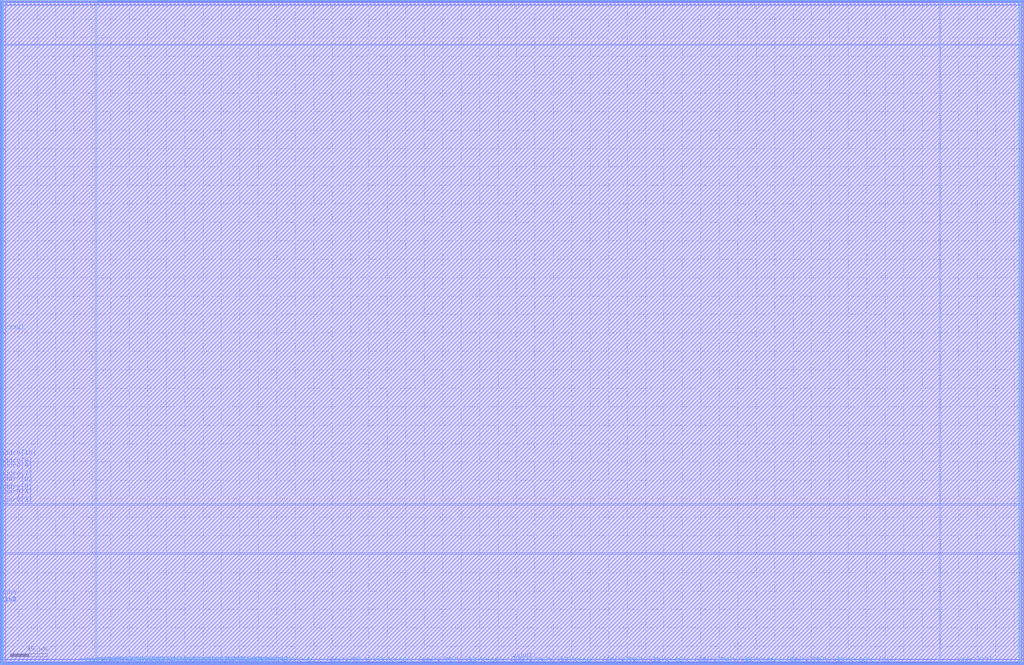
<source format=lef>
VERSION 5.4 ;
NAMESCASESENSITIVE ON ;
BUSBITCHARS "[]" ;
DIVIDERCHAR "/" ;
UNITS
  DATABASE MICRONS 2000 ;
END UNITS
MACRO sky130_sram_8kbytes_1rw1r_32x2048_32
   CLASS BLOCK ;
   SIZE 1110.54 BY 721.41 ;
   SYMMETRY X Y R90 ;
   PIN din0[0]
      DIRECTION INPUT ;
      PORT
         LAYER met4 ;
         RECT  103.52 0.0 103.9 0.38 ;
      END
   END din0[0]
   PIN din0[1]
      DIRECTION INPUT ;
      PORT
         LAYER met4 ;
         RECT  109.36 0.0 109.74 0.38 ;
      END
   END din0[1]
   PIN din0[2]
      DIRECTION INPUT ;
      PORT
         LAYER met4 ;
         RECT  115.2 0.0 115.58 0.38 ;
      END
   END din0[2]
   PIN din0[3]
      DIRECTION INPUT ;
      PORT
         LAYER met4 ;
         RECT  121.04 0.0 121.42 0.38 ;
      END
   END din0[3]
   PIN din0[4]
      DIRECTION INPUT ;
      PORT
         LAYER met4 ;
         RECT  126.88 0.0 127.26 0.38 ;
      END
   END din0[4]
   PIN din0[5]
      DIRECTION INPUT ;
      PORT
         LAYER met4 ;
         RECT  132.72 0.0 133.1 0.38 ;
      END
   END din0[5]
   PIN din0[6]
      DIRECTION INPUT ;
      PORT
         LAYER met4 ;
         RECT  138.56 0.0 138.94 0.38 ;
      END
   END din0[6]
   PIN din0[7]
      DIRECTION INPUT ;
      PORT
         LAYER met4 ;
         RECT  144.4 0.0 144.78 0.38 ;
      END
   END din0[7]
   PIN din0[8]
      DIRECTION INPUT ;
      PORT
         LAYER met4 ;
         RECT  150.24 0.0 150.62 0.38 ;
      END
   END din0[8]
   PIN din0[9]
      DIRECTION INPUT ;
      PORT
         LAYER met4 ;
         RECT  156.08 0.0 156.46 0.38 ;
      END
   END din0[9]
   PIN din0[10]
      DIRECTION INPUT ;
      PORT
         LAYER met4 ;
         RECT  161.92 0.0 162.3 0.38 ;
      END
   END din0[10]
   PIN din0[11]
      DIRECTION INPUT ;
      PORT
         LAYER met4 ;
         RECT  167.76 0.0 168.14 0.38 ;
      END
   END din0[11]
   PIN din0[12]
      DIRECTION INPUT ;
      PORT
         LAYER met4 ;
         RECT  173.6 0.0 173.98 0.38 ;
      END
   END din0[12]
   PIN din0[13]
      DIRECTION INPUT ;
      PORT
         LAYER met4 ;
         RECT  179.44 0.0 179.82 0.38 ;
      END
   END din0[13]
   PIN din0[14]
      DIRECTION INPUT ;
      PORT
         LAYER met4 ;
         RECT  185.28 0.0 185.66 0.38 ;
      END
   END din0[14]
   PIN din0[15]
      DIRECTION INPUT ;
      PORT
         LAYER met4 ;
         RECT  191.12 0.0 191.5 0.38 ;
      END
   END din0[15]
   PIN din0[16]
      DIRECTION INPUT ;
      PORT
         LAYER met4 ;
         RECT  196.96 0.0 197.34 0.38 ;
      END
   END din0[16]
   PIN din0[17]
      DIRECTION INPUT ;
      PORT
         LAYER met4 ;
         RECT  202.8 0.0 203.18 0.38 ;
      END
   END din0[17]
   PIN din0[18]
      DIRECTION INPUT ;
      PORT
         LAYER met4 ;
         RECT  208.64 0.0 209.02 0.38 ;
      END
   END din0[18]
   PIN din0[19]
      DIRECTION INPUT ;
      PORT
         LAYER met4 ;
         RECT  214.48 0.0 214.86 0.38 ;
      END
   END din0[19]
   PIN din0[20]
      DIRECTION INPUT ;
      PORT
         LAYER met4 ;
         RECT  220.32 0.0 220.7 0.38 ;
      END
   END din0[20]
   PIN din0[21]
      DIRECTION INPUT ;
      PORT
         LAYER met4 ;
         RECT  226.16 0.0 226.54 0.38 ;
      END
   END din0[21]
   PIN din0[22]
      DIRECTION INPUT ;
      PORT
         LAYER met4 ;
         RECT  232.0 0.0 232.38 0.38 ;
      END
   END din0[22]
   PIN din0[23]
      DIRECTION INPUT ;
      PORT
         LAYER met4 ;
         RECT  237.84 0.0 238.22 0.38 ;
      END
   END din0[23]
   PIN din0[24]
      DIRECTION INPUT ;
      PORT
         LAYER met4 ;
         RECT  243.68 0.0 244.06 0.38 ;
      END
   END din0[24]
   PIN din0[25]
      DIRECTION INPUT ;
      PORT
         LAYER met4 ;
         RECT  249.52 0.0 249.9 0.38 ;
      END
   END din0[25]
   PIN din0[26]
      DIRECTION INPUT ;
      PORT
         LAYER met4 ;
         RECT  255.36 0.0 255.74 0.38 ;
      END
   END din0[26]
   PIN din0[27]
      DIRECTION INPUT ;
      PORT
         LAYER met4 ;
         RECT  261.2 0.0 261.58 0.38 ;
      END
   END din0[27]
   PIN din0[28]
      DIRECTION INPUT ;
      PORT
         LAYER met4 ;
         RECT  267.04 0.0 267.42 0.38 ;
      END
   END din0[28]
   PIN din0[29]
      DIRECTION INPUT ;
      PORT
         LAYER met4 ;
         RECT  272.88 0.0 273.26 0.38 ;
      END
   END din0[29]
   PIN din0[30]
      DIRECTION INPUT ;
      PORT
         LAYER met4 ;
         RECT  278.72 0.0 279.1 0.38 ;
      END
   END din0[30]
   PIN din0[31]
      DIRECTION INPUT ;
      PORT
         LAYER met4 ;
         RECT  284.56 0.0 284.94 0.38 ;
      END
   END din0[31]
   PIN addr0[0]
      DIRECTION INPUT ;
      PORT
         LAYER met4 ;
         RECT  86.0 0.0 86.38 0.38 ;
      END
   END addr0[0]
   PIN addr0[1]
      DIRECTION INPUT ;
      PORT
         LAYER met4 ;
         RECT  91.84 0.0 92.22 0.38 ;
      END
   END addr0[1]
   PIN addr0[2]
      DIRECTION INPUT ;
      PORT
         LAYER met4 ;
         RECT  97.68 0.0 98.06 0.38 ;
      END
   END addr0[2]
   PIN addr0[3]
      DIRECTION INPUT ;
      PORT
         LAYER met3 ;
         RECT  0.0 173.51 0.38 173.89 ;
      END
   END addr0[3]
   PIN addr0[4]
      DIRECTION INPUT ;
      PORT
         LAYER met3 ;
         RECT  0.0 182.01 0.38 182.39 ;
      END
   END addr0[4]
   PIN addr0[5]
      DIRECTION INPUT ;
      PORT
         LAYER met3 ;
         RECT  0.0 187.65 0.38 188.03 ;
      END
   END addr0[5]
   PIN addr0[6]
      DIRECTION INPUT ;
      PORT
         LAYER met3 ;
         RECT  0.0 196.15 0.38 196.53 ;
      END
   END addr0[6]
   PIN addr0[7]
      DIRECTION INPUT ;
      PORT
         LAYER met3 ;
         RECT  0.0 201.79 0.38 202.17 ;
      END
   END addr0[7]
   PIN addr0[8]
      DIRECTION INPUT ;
      PORT
         LAYER met3 ;
         RECT  0.0 210.29 0.38 210.67 ;
      END
   END addr0[8]
   PIN addr0[9]
      DIRECTION INPUT ;
      PORT
         LAYER met3 ;
         RECT  0.0 215.93 0.38 216.31 ;
      END
   END addr0[9]
   PIN addr0[10]
      DIRECTION INPUT ;
      PORT
         LAYER met3 ;
         RECT  0.0 224.43 0.38 224.81 ;
      END
   END addr0[10]
   PIN addr1[0]
      DIRECTION INPUT ;
      PORT
         LAYER met4 ;
         RECT  1019.16 721.03 1019.54 721.41 ;
      END
   END addr1[0]
   PIN addr1[1]
      DIRECTION INPUT ;
      PORT
         LAYER met4 ;
         RECT  1013.32 721.03 1013.7 721.41 ;
      END
   END addr1[1]
   PIN addr1[2]
      DIRECTION INPUT ;
      PORT
         LAYER met4 ;
         RECT  1007.48 721.03 1007.86 721.41 ;
      END
   END addr1[2]
   PIN addr1[3]
      DIRECTION INPUT ;
      PORT
         LAYER met3 ;
         RECT  1110.16 120.47 1110.54 120.85 ;
      END
   END addr1[3]
   PIN addr1[4]
      DIRECTION INPUT ;
      PORT
         LAYER met3 ;
         RECT  1110.16 111.97 1110.54 112.35 ;
      END
   END addr1[4]
   PIN addr1[5]
      DIRECTION INPUT ;
      PORT
         LAYER met3 ;
         RECT  1110.16 106.33 1110.54 106.71 ;
      END
   END addr1[5]
   PIN addr1[6]
      DIRECTION INPUT ;
      PORT
         LAYER met3 ;
         RECT  1110.16 97.83 1110.54 98.21 ;
      END
   END addr1[6]
   PIN addr1[7]
      DIRECTION INPUT ;
      PORT
         LAYER met3 ;
         RECT  1110.16 92.19 1110.54 92.57 ;
      END
   END addr1[7]
   PIN addr1[8]
      DIRECTION INPUT ;
      PORT
         LAYER met3 ;
         RECT  1110.16 83.69 1110.54 84.07 ;
      END
   END addr1[8]
   PIN addr1[9]
      DIRECTION INPUT ;
      PORT
         LAYER met3 ;
         RECT  1110.16 78.05 1110.54 78.43 ;
      END
   END addr1[9]
   PIN addr1[10]
      DIRECTION INPUT ;
      PORT
         LAYER met4 ;
         RECT  1036.68 0.0 1037.06 0.38 ;
      END
   END addr1[10]
   PIN csb0
      DIRECTION INPUT ;
      PORT
         LAYER met3 ;
         RECT  0.0 64.73 0.38 65.11 ;
      END
   END csb0
   PIN csb1
      DIRECTION INPUT ;
      PORT
         LAYER met3 ;
         RECT  1110.16 672.385 1110.54 672.765 ;
      END
   END csb1
   PIN web0
      DIRECTION INPUT ;
      PORT
         LAYER met3 ;
         RECT  0.0 73.23 0.38 73.61 ;
      END
   END web0
   PIN clk0
      DIRECTION INPUT ;
      PORT
         LAYER met3 ;
         RECT  0.0 65.475 0.38 65.855 ;
      END
   END clk0
   PIN clk1
      DIRECTION INPUT ;
      PORT
         LAYER met3 ;
         RECT  1110.16 671.695 1110.54 672.075 ;
      END
   END clk1
   PIN dout0[0]
      DIRECTION OUTPUT ;
      PORT
         LAYER met4 ;
         RECT  156.77 0.0 157.15 0.38 ;
      END
   END dout0[0]
   PIN dout0[1]
      DIRECTION OUTPUT ;
      PORT
         LAYER met4 ;
         RECT  181.465 0.0 181.845 0.38 ;
      END
   END dout0[1]
   PIN dout0[2]
      DIRECTION OUTPUT ;
      PORT
         LAYER met4 ;
         RECT  206.425 0.0 206.805 0.38 ;
      END
   END dout0[2]
   PIN dout0[3]
      DIRECTION OUTPUT ;
      PORT
         LAYER met4 ;
         RECT  230.195 0.0 230.575 0.38 ;
      END
   END dout0[3]
   PIN dout0[4]
      DIRECTION OUTPUT ;
      PORT
         LAYER met4 ;
         RECT  256.345 0.0 256.725 0.38 ;
      END
   END dout0[4]
   PIN dout0[5]
      DIRECTION OUTPUT ;
      PORT
         LAYER met4 ;
         RECT  281.305 0.0 281.685 0.38 ;
      END
   END dout0[5]
   PIN dout0[6]
      DIRECTION OUTPUT ;
      PORT
         LAYER met4 ;
         RECT  306.265 0.0 306.645 0.38 ;
      END
   END dout0[6]
   PIN dout0[7]
      DIRECTION OUTPUT ;
      PORT
         LAYER met4 ;
         RECT  331.225 0.0 331.605 0.38 ;
      END
   END dout0[7]
   PIN dout0[8]
      DIRECTION OUTPUT ;
      PORT
         LAYER met4 ;
         RECT  356.185 0.0 356.565 0.38 ;
      END
   END dout0[8]
   PIN dout0[9]
      DIRECTION OUTPUT ;
      PORT
         LAYER met4 ;
         RECT  381.145 0.0 381.525 0.38 ;
      END
   END dout0[9]
   PIN dout0[10]
      DIRECTION OUTPUT ;
      PORT
         LAYER met4 ;
         RECT  406.105 0.0 406.485 0.38 ;
      END
   END dout0[10]
   PIN dout0[11]
      DIRECTION OUTPUT ;
      PORT
         LAYER met4 ;
         RECT  431.065 0.0 431.445 0.38 ;
      END
   END dout0[11]
   PIN dout0[12]
      DIRECTION OUTPUT ;
      PORT
         LAYER met4 ;
         RECT  456.025 0.0 456.405 0.38 ;
      END
   END dout0[12]
   PIN dout0[13]
      DIRECTION OUTPUT ;
      PORT
         LAYER met4 ;
         RECT  480.985 0.0 481.365 0.38 ;
      END
   END dout0[13]
   PIN dout0[14]
      DIRECTION OUTPUT ;
      PORT
         LAYER met4 ;
         RECT  505.945 0.0 506.325 0.38 ;
      END
   END dout0[14]
   PIN dout0[15]
      DIRECTION OUTPUT ;
      PORT
         LAYER met4 ;
         RECT  530.905 0.0 531.285 0.38 ;
      END
   END dout0[15]
   PIN dout0[16]
      DIRECTION OUTPUT ;
      PORT
         LAYER met4 ;
         RECT  555.865 0.0 556.245 0.38 ;
      END
   END dout0[16]
   PIN dout0[17]
      DIRECTION OUTPUT ;
      PORT
         LAYER met4 ;
         RECT  580.825 0.0 581.205 0.38 ;
      END
   END dout0[17]
   PIN dout0[18]
      DIRECTION OUTPUT ;
      PORT
         LAYER met4 ;
         RECT  605.785 0.0 606.165 0.38 ;
      END
   END dout0[18]
   PIN dout0[19]
      DIRECTION OUTPUT ;
      PORT
         LAYER met4 ;
         RECT  630.745 0.0 631.125 0.38 ;
      END
   END dout0[19]
   PIN dout0[20]
      DIRECTION OUTPUT ;
      PORT
         LAYER met4 ;
         RECT  655.705 0.0 656.085 0.38 ;
      END
   END dout0[20]
   PIN dout0[21]
      DIRECTION OUTPUT ;
      PORT
         LAYER met4 ;
         RECT  680.665 0.0 681.045 0.38 ;
      END
   END dout0[21]
   PIN dout0[22]
      DIRECTION OUTPUT ;
      PORT
         LAYER met4 ;
         RECT  705.625 0.0 706.005 0.38 ;
      END
   END dout0[22]
   PIN dout0[23]
      DIRECTION OUTPUT ;
      PORT
         LAYER met4 ;
         RECT  730.585 0.0 730.965 0.38 ;
      END
   END dout0[23]
   PIN dout0[24]
      DIRECTION OUTPUT ;
      PORT
         LAYER met4 ;
         RECT  755.545 0.0 755.925 0.38 ;
      END
   END dout0[24]
   PIN dout0[25]
      DIRECTION OUTPUT ;
      PORT
         LAYER met4 ;
         RECT  780.505 0.0 780.885 0.38 ;
      END
   END dout0[25]
   PIN dout0[26]
      DIRECTION OUTPUT ;
      PORT
         LAYER met4 ;
         RECT  805.465 0.0 805.845 0.38 ;
      END
   END dout0[26]
   PIN dout0[27]
      DIRECTION OUTPUT ;
      PORT
         LAYER met4 ;
         RECT  830.425 0.0 830.805 0.38 ;
      END
   END dout0[27]
   PIN dout0[28]
      DIRECTION OUTPUT ;
      PORT
         LAYER met4 ;
         RECT  855.385 0.0 855.765 0.38 ;
      END
   END dout0[28]
   PIN dout0[29]
      DIRECTION OUTPUT ;
      PORT
         LAYER met4 ;
         RECT  880.345 0.0 880.725 0.38 ;
      END
   END dout0[29]
   PIN dout0[30]
      DIRECTION OUTPUT ;
      PORT
         LAYER met4 ;
         RECT  905.305 0.0 905.685 0.38 ;
      END
   END dout0[30]
   PIN dout0[31]
      DIRECTION OUTPUT ;
      PORT
         LAYER met4 ;
         RECT  930.265 0.0 930.645 0.38 ;
      END
   END dout0[31]
   PIN dout1[0]
      DIRECTION OUTPUT ;
      PORT
         LAYER met4 ;
         RECT  156.565 721.03 156.945 721.41 ;
      END
   END dout1[0]
   PIN dout1[1]
      DIRECTION OUTPUT ;
      PORT
         LAYER met4 ;
         RECT  181.525 721.03 181.905 721.41 ;
      END
   END dout1[1]
   PIN dout1[2]
      DIRECTION OUTPUT ;
      PORT
         LAYER met4 ;
         RECT  206.485 721.03 206.865 721.41 ;
      END
   END dout1[2]
   PIN dout1[3]
      DIRECTION OUTPUT ;
      PORT
         LAYER met4 ;
         RECT  231.445 721.03 231.825 721.41 ;
      END
   END dout1[3]
   PIN dout1[4]
      DIRECTION OUTPUT ;
      PORT
         LAYER met4 ;
         RECT  256.405 721.03 256.785 721.41 ;
      END
   END dout1[4]
   PIN dout1[5]
      DIRECTION OUTPUT ;
      PORT
         LAYER met4 ;
         RECT  281.365 721.03 281.745 721.41 ;
      END
   END dout1[5]
   PIN dout1[6]
      DIRECTION OUTPUT ;
      PORT
         LAYER met4 ;
         RECT  306.325 721.03 306.705 721.41 ;
      END
   END dout1[6]
   PIN dout1[7]
      DIRECTION OUTPUT ;
      PORT
         LAYER met4 ;
         RECT  331.285 721.03 331.665 721.41 ;
      END
   END dout1[7]
   PIN dout1[8]
      DIRECTION OUTPUT ;
      PORT
         LAYER met4 ;
         RECT  356.245 721.03 356.625 721.41 ;
      END
   END dout1[8]
   PIN dout1[9]
      DIRECTION OUTPUT ;
      PORT
         LAYER met4 ;
         RECT  381.205 721.03 381.585 721.41 ;
      END
   END dout1[9]
   PIN dout1[10]
      DIRECTION OUTPUT ;
      PORT
         LAYER met4 ;
         RECT  406.165 721.03 406.545 721.41 ;
      END
   END dout1[10]
   PIN dout1[11]
      DIRECTION OUTPUT ;
      PORT
         LAYER met4 ;
         RECT  431.125 721.03 431.505 721.41 ;
      END
   END dout1[11]
   PIN dout1[12]
      DIRECTION OUTPUT ;
      PORT
         LAYER met4 ;
         RECT  456.085 721.03 456.465 721.41 ;
      END
   END dout1[12]
   PIN dout1[13]
      DIRECTION OUTPUT ;
      PORT
         LAYER met4 ;
         RECT  481.045 721.03 481.425 721.41 ;
      END
   END dout1[13]
   PIN dout1[14]
      DIRECTION OUTPUT ;
      PORT
         LAYER met4 ;
         RECT  506.005 721.03 506.385 721.41 ;
      END
   END dout1[14]
   PIN dout1[15]
      DIRECTION OUTPUT ;
      PORT
         LAYER met4 ;
         RECT  530.965 721.03 531.345 721.41 ;
      END
   END dout1[15]
   PIN dout1[16]
      DIRECTION OUTPUT ;
      PORT
         LAYER met4 ;
         RECT  555.925 721.03 556.305 721.41 ;
      END
   END dout1[16]
   PIN dout1[17]
      DIRECTION OUTPUT ;
      PORT
         LAYER met4 ;
         RECT  580.885 721.03 581.265 721.41 ;
      END
   END dout1[17]
   PIN dout1[18]
      DIRECTION OUTPUT ;
      PORT
         LAYER met4 ;
         RECT  605.845 721.03 606.225 721.41 ;
      END
   END dout1[18]
   PIN dout1[19]
      DIRECTION OUTPUT ;
      PORT
         LAYER met4 ;
         RECT  630.805 721.03 631.185 721.41 ;
      END
   END dout1[19]
   PIN dout1[20]
      DIRECTION OUTPUT ;
      PORT
         LAYER met4 ;
         RECT  655.765 721.03 656.145 721.41 ;
      END
   END dout1[20]
   PIN dout1[21]
      DIRECTION OUTPUT ;
      PORT
         LAYER met4 ;
         RECT  680.725 721.03 681.105 721.41 ;
      END
   END dout1[21]
   PIN dout1[22]
      DIRECTION OUTPUT ;
      PORT
         LAYER met4 ;
         RECT  705.685 721.03 706.065 721.41 ;
      END
   END dout1[22]
   PIN dout1[23]
      DIRECTION OUTPUT ;
      PORT
         LAYER met4 ;
         RECT  730.645 721.03 731.025 721.41 ;
      END
   END dout1[23]
   PIN dout1[24]
      DIRECTION OUTPUT ;
      PORT
         LAYER met4 ;
         RECT  755.605 721.03 755.985 721.41 ;
      END
   END dout1[24]
   PIN dout1[25]
      DIRECTION OUTPUT ;
      PORT
         LAYER met4 ;
         RECT  780.565 721.03 780.945 721.41 ;
      END
   END dout1[25]
   PIN dout1[26]
      DIRECTION OUTPUT ;
      PORT
         LAYER met4 ;
         RECT  805.525 721.03 805.905 721.41 ;
      END
   END dout1[26]
   PIN dout1[27]
      DIRECTION OUTPUT ;
      PORT
         LAYER met4 ;
         RECT  830.485 721.03 830.865 721.41 ;
      END
   END dout1[27]
   PIN dout1[28]
      DIRECTION OUTPUT ;
      PORT
         LAYER met4 ;
         RECT  855.445 721.03 855.825 721.41 ;
      END
   END dout1[28]
   PIN dout1[29]
      DIRECTION OUTPUT ;
      PORT
         LAYER met4 ;
         RECT  880.405 721.03 880.785 721.41 ;
      END
   END dout1[29]
   PIN dout1[30]
      DIRECTION OUTPUT ;
      PORT
         LAYER met4 ;
         RECT  905.365 721.03 905.745 721.41 ;
      END
   END dout1[30]
   PIN dout1[31]
      DIRECTION OUTPUT ;
      PORT
         LAYER met4 ;
         RECT  930.325 721.03 930.705 721.41 ;
      END
   END dout1[31]
   PIN vccd1
      DIRECTION INOUT ;
      USE POWER ; 
      SHAPE ABUTMENT ; 
      PORT
         LAYER met4 ;
         RECT  0.0 0.0 1.74 721.41 ;
         LAYER met4 ;
         RECT  1108.8 0.0 1110.54 721.41 ;
         LAYER met3 ;
         RECT  0.0 0.0 1110.54 1.74 ;
         LAYER met3 ;
         RECT  0.0 719.67 1110.54 721.41 ;
      END
   END vccd1
   PIN vssd1
      DIRECTION INOUT ;
      USE GROUND ; 
      SHAPE ABUTMENT ; 
      PORT
         LAYER met3 ;
         RECT  3.48 716.19 1107.06 717.93 ;
         LAYER met3 ;
         RECT  3.48 3.48 1107.06 5.22 ;
         LAYER met4 ;
         RECT  1105.32 3.48 1107.06 717.93 ;
         LAYER met4 ;
         RECT  3.48 3.48 5.22 717.93 ;
      END
   END vssd1
   OBS
   LAYER  met1 ;
      RECT  0.62 0.62 1109.92 720.79 ;
   LAYER  met2 ;
      RECT  0.62 0.62 1109.92 720.79 ;
   LAYER  met3 ;
      RECT  0.98 172.91 1109.92 174.49 ;
      RECT  0.62 174.49 0.98 181.41 ;
      RECT  0.62 182.99 0.98 187.05 ;
      RECT  0.62 188.63 0.98 195.55 ;
      RECT  0.62 197.13 0.98 201.19 ;
      RECT  0.62 202.77 0.98 209.69 ;
      RECT  0.62 211.27 0.98 215.33 ;
      RECT  0.62 216.91 0.98 223.83 ;
      RECT  0.98 119.87 1109.56 121.45 ;
      RECT  0.98 121.45 1109.56 172.91 ;
      RECT  1109.56 121.45 1109.92 172.91 ;
      RECT  1109.56 112.95 1109.92 119.87 ;
      RECT  1109.56 107.31 1109.92 111.37 ;
      RECT  1109.56 98.81 1109.92 105.73 ;
      RECT  1109.56 93.17 1109.92 97.23 ;
      RECT  1109.56 84.67 1109.92 91.59 ;
      RECT  1109.56 79.03 1109.92 83.09 ;
      RECT  0.98 174.49 1109.56 671.785 ;
      RECT  0.98 671.785 1109.56 673.365 ;
      RECT  0.62 74.21 0.98 172.91 ;
      RECT  0.62 66.455 0.98 72.63 ;
      RECT  1109.56 174.49 1109.92 671.095 ;
      RECT  1109.56 2.34 1109.92 77.45 ;
      RECT  0.62 2.34 0.98 64.13 ;
      RECT  0.62 225.41 0.98 719.07 ;
      RECT  1109.56 673.365 1109.92 719.07 ;
      RECT  0.98 673.365 2.88 715.59 ;
      RECT  0.98 715.59 2.88 718.53 ;
      RECT  0.98 718.53 2.88 719.07 ;
      RECT  2.88 673.365 1107.66 715.59 ;
      RECT  2.88 718.53 1107.66 719.07 ;
      RECT  1107.66 673.365 1109.56 715.59 ;
      RECT  1107.66 715.59 1109.56 718.53 ;
      RECT  1107.66 718.53 1109.56 719.07 ;
      RECT  0.98 2.34 2.88 2.88 ;
      RECT  0.98 2.88 2.88 5.82 ;
      RECT  0.98 5.82 2.88 119.87 ;
      RECT  2.88 2.34 1107.66 2.88 ;
      RECT  2.88 5.82 1107.66 119.87 ;
      RECT  1107.66 2.34 1109.56 2.88 ;
      RECT  1107.66 2.88 1109.56 5.82 ;
      RECT  1107.66 5.82 1109.56 119.87 ;
   LAYER  met4 ;
      RECT  102.92 0.98 104.5 720.79 ;
      RECT  104.5 0.62 108.76 0.98 ;
      RECT  110.34 0.62 114.6 0.98 ;
      RECT  116.18 0.62 120.44 0.98 ;
      RECT  122.02 0.62 126.28 0.98 ;
      RECT  127.86 0.62 132.12 0.98 ;
      RECT  133.7 0.62 137.96 0.98 ;
      RECT  139.54 0.62 143.8 0.98 ;
      RECT  145.38 0.62 149.64 0.98 ;
      RECT  151.22 0.62 155.48 0.98 ;
      RECT  162.9 0.62 167.16 0.98 ;
      RECT  168.74 0.62 173.0 0.98 ;
      RECT  174.58 0.62 178.84 0.98 ;
      RECT  186.26 0.62 190.52 0.98 ;
      RECT  192.1 0.62 196.36 0.98 ;
      RECT  197.94 0.62 202.2 0.98 ;
      RECT  209.62 0.62 213.88 0.98 ;
      RECT  215.46 0.62 219.72 0.98 ;
      RECT  221.3 0.62 225.56 0.98 ;
      RECT  232.98 0.62 237.24 0.98 ;
      RECT  238.82 0.62 243.08 0.98 ;
      RECT  244.66 0.62 248.92 0.98 ;
      RECT  250.5 0.62 254.76 0.98 ;
      RECT  262.18 0.62 266.44 0.98 ;
      RECT  268.02 0.62 272.28 0.98 ;
      RECT  273.86 0.62 278.12 0.98 ;
      RECT  86.98 0.62 91.24 0.98 ;
      RECT  92.82 0.62 97.08 0.98 ;
      RECT  98.66 0.62 102.92 0.98 ;
      RECT  104.5 0.98 1018.56 720.43 ;
      RECT  1018.56 0.98 1020.14 720.43 ;
      RECT  1014.3 720.43 1018.56 720.79 ;
      RECT  1008.46 720.43 1012.72 720.79 ;
      RECT  157.75 0.62 161.32 0.98 ;
      RECT  180.42 0.62 180.865 0.98 ;
      RECT  182.445 0.62 184.68 0.98 ;
      RECT  203.78 0.62 205.825 0.98 ;
      RECT  207.405 0.62 208.04 0.98 ;
      RECT  227.14 0.62 229.595 0.98 ;
      RECT  231.175 0.62 231.4 0.98 ;
      RECT  257.325 0.62 260.6 0.98 ;
      RECT  279.7 0.62 280.705 0.98 ;
      RECT  282.285 0.62 283.96 0.98 ;
      RECT  285.54 0.62 305.665 0.98 ;
      RECT  307.245 0.62 330.625 0.98 ;
      RECT  332.205 0.62 355.585 0.98 ;
      RECT  357.165 0.62 380.545 0.98 ;
      RECT  382.125 0.62 405.505 0.98 ;
      RECT  407.085 0.62 430.465 0.98 ;
      RECT  432.045 0.62 455.425 0.98 ;
      RECT  457.005 0.62 480.385 0.98 ;
      RECT  481.965 0.62 505.345 0.98 ;
      RECT  506.925 0.62 530.305 0.98 ;
      RECT  531.885 0.62 555.265 0.98 ;
      RECT  556.845 0.62 580.225 0.98 ;
      RECT  581.805 0.62 605.185 0.98 ;
      RECT  606.765 0.62 630.145 0.98 ;
      RECT  631.725 0.62 655.105 0.98 ;
      RECT  656.685 0.62 680.065 0.98 ;
      RECT  681.645 0.62 705.025 0.98 ;
      RECT  706.605 0.62 729.985 0.98 ;
      RECT  731.565 0.62 754.945 0.98 ;
      RECT  756.525 0.62 779.905 0.98 ;
      RECT  781.485 0.62 804.865 0.98 ;
      RECT  806.445 0.62 829.825 0.98 ;
      RECT  831.405 0.62 854.785 0.98 ;
      RECT  856.365 0.62 879.745 0.98 ;
      RECT  881.325 0.62 904.705 0.98 ;
      RECT  906.285 0.62 929.665 0.98 ;
      RECT  931.245 0.62 1036.08 0.98 ;
      RECT  104.5 720.43 155.965 720.79 ;
      RECT  157.545 720.43 180.925 720.79 ;
      RECT  182.505 720.43 205.885 720.79 ;
      RECT  207.465 720.43 230.845 720.79 ;
      RECT  232.425 720.43 255.805 720.79 ;
      RECT  257.385 720.43 280.765 720.79 ;
      RECT  282.345 720.43 305.725 720.79 ;
      RECT  307.305 720.43 330.685 720.79 ;
      RECT  332.265 720.43 355.645 720.79 ;
      RECT  357.225 720.43 380.605 720.79 ;
      RECT  382.185 720.43 405.565 720.79 ;
      RECT  407.145 720.43 430.525 720.79 ;
      RECT  432.105 720.43 455.485 720.79 ;
      RECT  457.065 720.43 480.445 720.79 ;
      RECT  482.025 720.43 505.405 720.79 ;
      RECT  506.985 720.43 530.365 720.79 ;
      RECT  531.945 720.43 555.325 720.79 ;
      RECT  556.905 720.43 580.285 720.79 ;
      RECT  581.865 720.43 605.245 720.79 ;
      RECT  606.825 720.43 630.205 720.79 ;
      RECT  631.785 720.43 655.165 720.79 ;
      RECT  656.745 720.43 680.125 720.79 ;
      RECT  681.705 720.43 705.085 720.79 ;
      RECT  706.665 720.43 730.045 720.79 ;
      RECT  731.625 720.43 755.005 720.79 ;
      RECT  756.585 720.43 779.965 720.79 ;
      RECT  781.545 720.43 804.925 720.79 ;
      RECT  806.505 720.43 829.885 720.79 ;
      RECT  831.465 720.43 854.845 720.79 ;
      RECT  856.425 720.43 879.805 720.79 ;
      RECT  881.385 720.43 904.765 720.79 ;
      RECT  906.345 720.43 929.725 720.79 ;
      RECT  931.305 720.43 1006.88 720.79 ;
      RECT  2.34 0.62 85.4 0.98 ;
      RECT  1020.14 720.43 1108.2 720.79 ;
      RECT  1037.66 0.62 1108.2 0.98 ;
      RECT  1020.14 0.98 1104.72 2.88 ;
      RECT  1020.14 2.88 1104.72 718.53 ;
      RECT  1020.14 718.53 1104.72 720.43 ;
      RECT  1104.72 0.98 1107.66 2.88 ;
      RECT  1104.72 718.53 1107.66 720.43 ;
      RECT  1107.66 0.98 1108.2 2.88 ;
      RECT  1107.66 2.88 1108.2 718.53 ;
      RECT  1107.66 718.53 1108.2 720.43 ;
      RECT  2.34 0.98 2.88 2.88 ;
      RECT  2.34 2.88 2.88 718.53 ;
      RECT  2.34 718.53 2.88 720.79 ;
      RECT  2.88 0.98 5.82 2.88 ;
      RECT  2.88 718.53 5.82 720.79 ;
      RECT  5.82 0.98 102.92 2.88 ;
      RECT  5.82 2.88 102.92 718.53 ;
      RECT  5.82 718.53 102.92 720.79 ;
   END
END    sky130_sram_8kbytes_1rw1r_32x2048_32
END    LIBRARY

</source>
